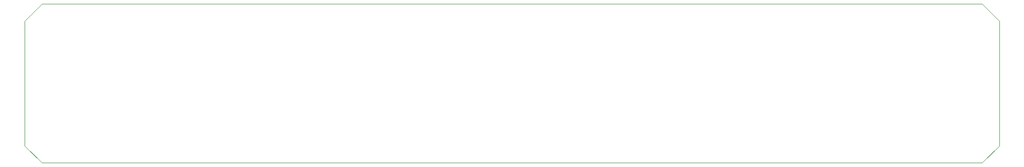
<source format=gm1>
G04 #@! TF.GenerationSoftware,KiCad,Pcbnew,7.0.5-0*
G04 #@! TF.CreationDate,2024-12-30T17:13:37-05:00*
G04 #@! TF.ProjectId,ESP32_MIDI_v3a,45535033-325f-44d4-9944-495f7633612e,rev?*
G04 #@! TF.SameCoordinates,Original*
G04 #@! TF.FileFunction,Profile,NP*
%FSLAX46Y46*%
G04 Gerber Fmt 4.6, Leading zero omitted, Abs format (unit mm)*
G04 Created by KiCad (PCBNEW 7.0.5-0) date 2024-12-30 17:13:37*
%MOMM*%
%LPD*%
G01*
G04 APERTURE LIST*
G04 #@! TA.AperFunction,Profile*
%ADD10C,0.100000*%
G04 #@! TD*
G04 APERTURE END LIST*
D10*
X204000000Y-111000000D02*
X207000000Y-108000000D01*
X39000000Y-83000000D02*
X36000000Y-86000000D01*
X36000000Y-108000000D02*
X39000000Y-111000000D01*
X207000000Y-86000000D02*
X204000000Y-83000000D01*
X36000000Y-86000000D02*
X36000000Y-108000000D01*
X204000000Y-83000000D02*
X39000000Y-83000000D01*
X207000000Y-108000000D02*
X207000000Y-86000000D01*
X39000000Y-111000000D02*
X204000000Y-111000000D01*
M02*

</source>
